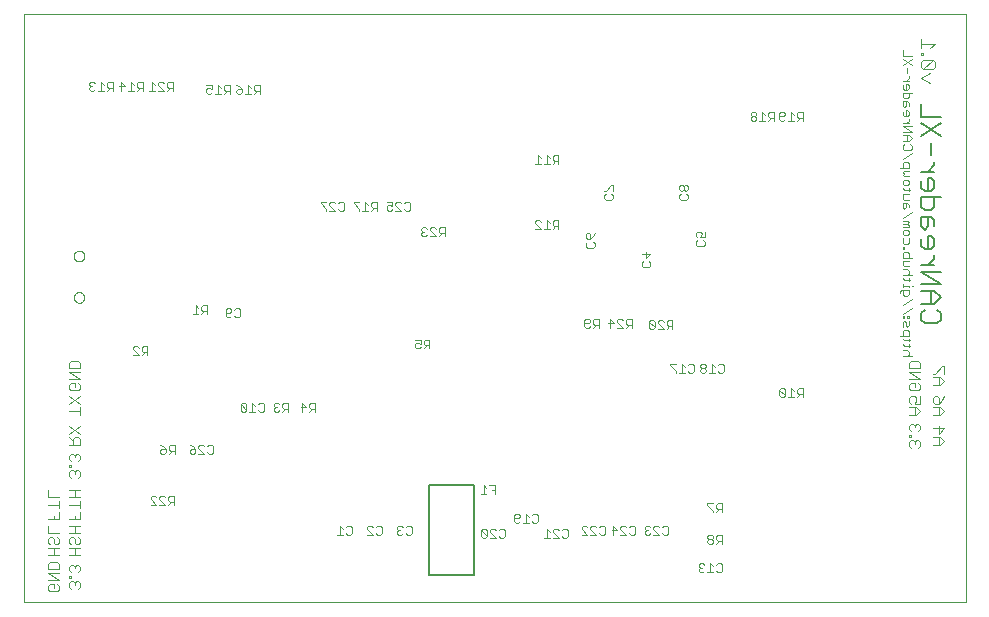
<source format=gbo>
G75*
%MOIN*%
%OFA0B0*%
%FSLAX25Y25*%
%IPPOS*%
%LPD*%
%AMOC8*
5,1,8,0,0,1.08239X$1,22.5*
%
%ADD10C,0.00000*%
%ADD11C,0.00600*%
%ADD12C,0.00400*%
%ADD13C,0.00300*%
%ADD14C,0.00500*%
D10*
X0045406Y0051688D02*
X0045406Y0247688D01*
X0359406Y0247688D01*
X0359406Y0051688D01*
X0045406Y0051688D01*
X0062134Y0153298D02*
X0062136Y0153382D01*
X0062142Y0153465D01*
X0062152Y0153548D01*
X0062166Y0153631D01*
X0062183Y0153713D01*
X0062205Y0153794D01*
X0062230Y0153873D01*
X0062259Y0153952D01*
X0062292Y0154029D01*
X0062328Y0154104D01*
X0062368Y0154178D01*
X0062411Y0154250D01*
X0062458Y0154319D01*
X0062508Y0154386D01*
X0062561Y0154451D01*
X0062617Y0154513D01*
X0062675Y0154573D01*
X0062737Y0154630D01*
X0062801Y0154683D01*
X0062868Y0154734D01*
X0062937Y0154781D01*
X0063008Y0154826D01*
X0063081Y0154866D01*
X0063156Y0154903D01*
X0063233Y0154937D01*
X0063311Y0154967D01*
X0063390Y0154993D01*
X0063471Y0155016D01*
X0063553Y0155034D01*
X0063635Y0155049D01*
X0063718Y0155060D01*
X0063801Y0155067D01*
X0063885Y0155070D01*
X0063969Y0155069D01*
X0064052Y0155064D01*
X0064136Y0155055D01*
X0064218Y0155042D01*
X0064300Y0155026D01*
X0064381Y0155005D01*
X0064462Y0154981D01*
X0064540Y0154953D01*
X0064618Y0154921D01*
X0064694Y0154885D01*
X0064768Y0154846D01*
X0064840Y0154804D01*
X0064910Y0154758D01*
X0064978Y0154709D01*
X0065043Y0154657D01*
X0065106Y0154602D01*
X0065166Y0154544D01*
X0065224Y0154483D01*
X0065278Y0154419D01*
X0065330Y0154353D01*
X0065378Y0154285D01*
X0065423Y0154214D01*
X0065464Y0154141D01*
X0065503Y0154067D01*
X0065537Y0153991D01*
X0065568Y0153913D01*
X0065595Y0153834D01*
X0065619Y0153753D01*
X0065638Y0153672D01*
X0065654Y0153590D01*
X0065666Y0153507D01*
X0065674Y0153423D01*
X0065678Y0153340D01*
X0065678Y0153256D01*
X0065674Y0153173D01*
X0065666Y0153089D01*
X0065654Y0153006D01*
X0065638Y0152924D01*
X0065619Y0152843D01*
X0065595Y0152762D01*
X0065568Y0152683D01*
X0065537Y0152605D01*
X0065503Y0152529D01*
X0065464Y0152455D01*
X0065423Y0152382D01*
X0065378Y0152311D01*
X0065330Y0152243D01*
X0065278Y0152177D01*
X0065224Y0152113D01*
X0065166Y0152052D01*
X0065106Y0151994D01*
X0065043Y0151939D01*
X0064978Y0151887D01*
X0064910Y0151838D01*
X0064840Y0151792D01*
X0064768Y0151750D01*
X0064694Y0151711D01*
X0064618Y0151675D01*
X0064540Y0151643D01*
X0064462Y0151615D01*
X0064381Y0151591D01*
X0064300Y0151570D01*
X0064218Y0151554D01*
X0064136Y0151541D01*
X0064052Y0151532D01*
X0063969Y0151527D01*
X0063885Y0151526D01*
X0063801Y0151529D01*
X0063718Y0151536D01*
X0063635Y0151547D01*
X0063553Y0151562D01*
X0063471Y0151580D01*
X0063390Y0151603D01*
X0063311Y0151629D01*
X0063233Y0151659D01*
X0063156Y0151693D01*
X0063081Y0151730D01*
X0063008Y0151770D01*
X0062937Y0151815D01*
X0062868Y0151862D01*
X0062801Y0151913D01*
X0062737Y0151966D01*
X0062675Y0152023D01*
X0062617Y0152083D01*
X0062561Y0152145D01*
X0062508Y0152210D01*
X0062458Y0152277D01*
X0062411Y0152346D01*
X0062368Y0152418D01*
X0062328Y0152492D01*
X0062292Y0152567D01*
X0062259Y0152644D01*
X0062230Y0152723D01*
X0062205Y0152802D01*
X0062183Y0152883D01*
X0062166Y0152965D01*
X0062152Y0153048D01*
X0062142Y0153131D01*
X0062136Y0153214D01*
X0062134Y0153298D01*
X0062134Y0167078D02*
X0062136Y0167162D01*
X0062142Y0167245D01*
X0062152Y0167328D01*
X0062166Y0167411D01*
X0062183Y0167493D01*
X0062205Y0167574D01*
X0062230Y0167653D01*
X0062259Y0167732D01*
X0062292Y0167809D01*
X0062328Y0167884D01*
X0062368Y0167958D01*
X0062411Y0168030D01*
X0062458Y0168099D01*
X0062508Y0168166D01*
X0062561Y0168231D01*
X0062617Y0168293D01*
X0062675Y0168353D01*
X0062737Y0168410D01*
X0062801Y0168463D01*
X0062868Y0168514D01*
X0062937Y0168561D01*
X0063008Y0168606D01*
X0063081Y0168646D01*
X0063156Y0168683D01*
X0063233Y0168717D01*
X0063311Y0168747D01*
X0063390Y0168773D01*
X0063471Y0168796D01*
X0063553Y0168814D01*
X0063635Y0168829D01*
X0063718Y0168840D01*
X0063801Y0168847D01*
X0063885Y0168850D01*
X0063969Y0168849D01*
X0064052Y0168844D01*
X0064136Y0168835D01*
X0064218Y0168822D01*
X0064300Y0168806D01*
X0064381Y0168785D01*
X0064462Y0168761D01*
X0064540Y0168733D01*
X0064618Y0168701D01*
X0064694Y0168665D01*
X0064768Y0168626D01*
X0064840Y0168584D01*
X0064910Y0168538D01*
X0064978Y0168489D01*
X0065043Y0168437D01*
X0065106Y0168382D01*
X0065166Y0168324D01*
X0065224Y0168263D01*
X0065278Y0168199D01*
X0065330Y0168133D01*
X0065378Y0168065D01*
X0065423Y0167994D01*
X0065464Y0167921D01*
X0065503Y0167847D01*
X0065537Y0167771D01*
X0065568Y0167693D01*
X0065595Y0167614D01*
X0065619Y0167533D01*
X0065638Y0167452D01*
X0065654Y0167370D01*
X0065666Y0167287D01*
X0065674Y0167203D01*
X0065678Y0167120D01*
X0065678Y0167036D01*
X0065674Y0166953D01*
X0065666Y0166869D01*
X0065654Y0166786D01*
X0065638Y0166704D01*
X0065619Y0166623D01*
X0065595Y0166542D01*
X0065568Y0166463D01*
X0065537Y0166385D01*
X0065503Y0166309D01*
X0065464Y0166235D01*
X0065423Y0166162D01*
X0065378Y0166091D01*
X0065330Y0166023D01*
X0065278Y0165957D01*
X0065224Y0165893D01*
X0065166Y0165832D01*
X0065106Y0165774D01*
X0065043Y0165719D01*
X0064978Y0165667D01*
X0064910Y0165618D01*
X0064840Y0165572D01*
X0064768Y0165530D01*
X0064694Y0165491D01*
X0064618Y0165455D01*
X0064540Y0165423D01*
X0064462Y0165395D01*
X0064381Y0165371D01*
X0064300Y0165350D01*
X0064218Y0165334D01*
X0064136Y0165321D01*
X0064052Y0165312D01*
X0063969Y0165307D01*
X0063885Y0165306D01*
X0063801Y0165309D01*
X0063718Y0165316D01*
X0063635Y0165327D01*
X0063553Y0165342D01*
X0063471Y0165360D01*
X0063390Y0165383D01*
X0063311Y0165409D01*
X0063233Y0165439D01*
X0063156Y0165473D01*
X0063081Y0165510D01*
X0063008Y0165550D01*
X0062937Y0165595D01*
X0062868Y0165642D01*
X0062801Y0165693D01*
X0062737Y0165746D01*
X0062675Y0165803D01*
X0062617Y0165863D01*
X0062561Y0165925D01*
X0062508Y0165990D01*
X0062458Y0166057D01*
X0062411Y0166126D01*
X0062368Y0166198D01*
X0062328Y0166272D01*
X0062292Y0166347D01*
X0062259Y0166424D01*
X0062230Y0166503D01*
X0062205Y0166582D01*
X0062183Y0166663D01*
X0062166Y0166745D01*
X0062152Y0166828D01*
X0062142Y0166911D01*
X0062136Y0166994D01*
X0062134Y0167078D01*
D11*
X0344706Y0164127D02*
X0348976Y0164127D01*
X0346841Y0164127D02*
X0348976Y0166262D01*
X0348976Y0167330D01*
X0347909Y0169498D02*
X0348976Y0170566D01*
X0348976Y0172701D01*
X0347909Y0173769D01*
X0346841Y0173769D01*
X0346841Y0169498D01*
X0345774Y0169498D02*
X0347909Y0169498D01*
X0345774Y0169498D02*
X0344706Y0170566D01*
X0344706Y0172701D01*
X0345774Y0175944D02*
X0346841Y0177011D01*
X0346841Y0180214D01*
X0347909Y0180214D02*
X0344706Y0180214D01*
X0344706Y0177011D01*
X0345774Y0175944D01*
X0348976Y0177011D02*
X0348976Y0179147D01*
X0347909Y0180214D01*
X0347909Y0182389D02*
X0348976Y0183457D01*
X0348976Y0186660D01*
X0351112Y0186660D02*
X0344706Y0186660D01*
X0344706Y0183457D01*
X0345774Y0182389D01*
X0347909Y0182389D01*
X0347909Y0188835D02*
X0348976Y0189902D01*
X0348976Y0192038D01*
X0347909Y0193105D01*
X0346841Y0193105D01*
X0346841Y0188835D01*
X0345774Y0188835D02*
X0347909Y0188835D01*
X0345774Y0188835D02*
X0344706Y0189902D01*
X0344706Y0192038D01*
X0344706Y0195280D02*
X0348976Y0195280D01*
X0346841Y0195280D02*
X0348976Y0197415D01*
X0348976Y0198483D01*
X0347909Y0200652D02*
X0347909Y0204922D01*
X0351112Y0207097D02*
X0344706Y0211367D01*
X0344706Y0213543D02*
X0344706Y0217813D01*
X0344706Y0213543D02*
X0351112Y0213543D01*
X0351112Y0211367D02*
X0344706Y0207097D01*
X0344706Y0161952D02*
X0351112Y0161952D01*
X0351112Y0157682D02*
X0344706Y0157682D01*
X0344706Y0155506D02*
X0348976Y0155506D01*
X0351112Y0153371D01*
X0348976Y0151236D01*
X0344706Y0151236D01*
X0345774Y0149061D02*
X0344706Y0147993D01*
X0344706Y0145858D01*
X0345774Y0144791D01*
X0350044Y0144791D01*
X0351112Y0145858D01*
X0351112Y0147993D01*
X0350044Y0149061D01*
X0347909Y0151236D02*
X0347909Y0155506D01*
X0351112Y0157682D02*
X0344706Y0161952D01*
D12*
X0347675Y0224888D02*
X0344606Y0226423D01*
X0347675Y0227957D01*
X0348443Y0229492D02*
X0345373Y0229492D01*
X0348443Y0232561D01*
X0345373Y0232561D01*
X0344606Y0231794D01*
X0344606Y0230259D01*
X0345373Y0229492D01*
X0348443Y0229492D02*
X0349210Y0230259D01*
X0349210Y0231794D01*
X0348443Y0232561D01*
X0345373Y0234096D02*
X0345373Y0234863D01*
X0344606Y0234863D01*
X0344606Y0234096D01*
X0345373Y0234096D01*
X0344606Y0236398D02*
X0344606Y0239467D01*
X0344606Y0237933D02*
X0349210Y0237933D01*
X0347675Y0236398D01*
D13*
X0341459Y0233892D02*
X0338556Y0233892D01*
X0338556Y0235827D01*
X0338556Y0232880D02*
X0341459Y0230945D01*
X0340007Y0229934D02*
X0340007Y0227999D01*
X0340491Y0226994D02*
X0340491Y0226511D01*
X0339524Y0225543D01*
X0340491Y0225543D02*
X0338556Y0225543D01*
X0339524Y0224532D02*
X0339524Y0222597D01*
X0340007Y0222597D02*
X0340491Y0223080D01*
X0340491Y0224048D01*
X0340007Y0224532D01*
X0339524Y0224532D01*
X0338556Y0224048D02*
X0338556Y0223080D01*
X0339040Y0222597D01*
X0340007Y0222597D01*
X0340491Y0221585D02*
X0340491Y0220134D01*
X0340007Y0219650D01*
X0339040Y0219650D01*
X0338556Y0220134D01*
X0338556Y0221585D01*
X0341459Y0221585D01*
X0340007Y0218639D02*
X0338556Y0218639D01*
X0338556Y0217187D01*
X0339040Y0216704D01*
X0339524Y0217187D01*
X0339524Y0218639D01*
X0340007Y0218639D02*
X0340491Y0218155D01*
X0340491Y0217187D01*
X0340007Y0215692D02*
X0339524Y0215692D01*
X0339524Y0213757D01*
X0340007Y0213757D02*
X0340491Y0214241D01*
X0340491Y0215208D01*
X0340007Y0215692D01*
X0338556Y0215208D02*
X0338556Y0214241D01*
X0339040Y0213757D01*
X0340007Y0213757D01*
X0340491Y0212753D02*
X0340491Y0212269D01*
X0339524Y0211302D01*
X0340491Y0211302D02*
X0338556Y0211302D01*
X0338556Y0210290D02*
X0341459Y0210290D01*
X0341459Y0208355D02*
X0338556Y0210290D01*
X0338556Y0208355D02*
X0341459Y0208355D01*
X0340491Y0207344D02*
X0338556Y0207344D01*
X0340007Y0207344D02*
X0340007Y0205409D01*
X0340491Y0205409D02*
X0341459Y0206376D01*
X0340491Y0207344D01*
X0340491Y0205409D02*
X0338556Y0205409D01*
X0339040Y0204397D02*
X0338556Y0203913D01*
X0338556Y0202946D01*
X0339040Y0202462D01*
X0340975Y0202462D01*
X0341459Y0202946D01*
X0341459Y0203913D01*
X0340975Y0204397D01*
X0341459Y0201451D02*
X0338556Y0199516D01*
X0339040Y0198504D02*
X0338556Y0198020D01*
X0338556Y0196569D01*
X0337589Y0196569D02*
X0340491Y0196569D01*
X0340491Y0198020D01*
X0340007Y0198504D01*
X0339040Y0198504D01*
X0339040Y0195558D02*
X0340491Y0195558D01*
X0339040Y0195558D02*
X0338556Y0195074D01*
X0339040Y0194590D01*
X0338556Y0194106D01*
X0339040Y0193623D01*
X0340491Y0193623D01*
X0340007Y0192611D02*
X0340491Y0192127D01*
X0340491Y0191160D01*
X0340007Y0190676D01*
X0339040Y0190676D01*
X0338556Y0191160D01*
X0338556Y0192127D01*
X0339040Y0192611D01*
X0340007Y0192611D01*
X0340491Y0189679D02*
X0340491Y0188712D01*
X0340975Y0189195D02*
X0339040Y0189195D01*
X0338556Y0189679D01*
X0338556Y0187700D02*
X0340491Y0187700D01*
X0338556Y0187700D02*
X0338556Y0186249D01*
X0339040Y0185765D01*
X0340491Y0185765D01*
X0340007Y0184754D02*
X0338556Y0184754D01*
X0338556Y0183302D01*
X0339040Y0182819D01*
X0339524Y0183302D01*
X0339524Y0184754D01*
X0340007Y0184754D02*
X0340491Y0184270D01*
X0340491Y0183302D01*
X0341459Y0181807D02*
X0338556Y0179872D01*
X0338556Y0178861D02*
X0340007Y0178861D01*
X0340491Y0178377D01*
X0340007Y0177893D01*
X0338556Y0177893D01*
X0338556Y0176926D02*
X0340491Y0176926D01*
X0340491Y0177409D01*
X0340007Y0177893D01*
X0340007Y0175914D02*
X0340491Y0175430D01*
X0340491Y0174463D01*
X0340007Y0173979D01*
X0339040Y0173979D01*
X0338556Y0174463D01*
X0338556Y0175430D01*
X0339040Y0175914D01*
X0340007Y0175914D01*
X0340491Y0172968D02*
X0340491Y0171516D01*
X0340007Y0171033D01*
X0339040Y0171033D01*
X0338556Y0171516D01*
X0338556Y0172968D01*
X0338556Y0170043D02*
X0338556Y0169559D01*
X0339040Y0169559D01*
X0339040Y0170043D01*
X0338556Y0170043D01*
X0339040Y0168548D02*
X0340007Y0168548D01*
X0340491Y0168064D01*
X0340491Y0166613D01*
X0341459Y0166613D02*
X0338556Y0166613D01*
X0338556Y0168064D01*
X0339040Y0168548D01*
X0338556Y0165601D02*
X0340491Y0165601D01*
X0340491Y0163666D02*
X0339040Y0163666D01*
X0338556Y0164150D01*
X0338556Y0165601D01*
X0338556Y0162655D02*
X0340007Y0162655D01*
X0340491Y0162171D01*
X0340491Y0161204D01*
X0340007Y0160720D01*
X0340491Y0159723D02*
X0340491Y0158755D01*
X0340975Y0159239D02*
X0339040Y0159239D01*
X0338556Y0159723D01*
X0338556Y0160720D02*
X0341459Y0160720D01*
X0341459Y0157275D02*
X0341942Y0157275D01*
X0340491Y0157275D02*
X0340491Y0156791D01*
X0340491Y0157275D02*
X0338556Y0157275D01*
X0338556Y0156791D02*
X0338556Y0157759D01*
X0338556Y0155780D02*
X0338556Y0154328D01*
X0339040Y0153845D01*
X0340007Y0153845D01*
X0340491Y0154328D01*
X0340491Y0155780D01*
X0338072Y0155780D01*
X0337589Y0155296D01*
X0337589Y0154812D01*
X0338556Y0150898D02*
X0341459Y0152833D01*
X0341459Y0149887D02*
X0338556Y0147952D01*
X0338556Y0146962D02*
X0338556Y0146478D01*
X0339040Y0146478D01*
X0339040Y0146962D01*
X0338556Y0146962D01*
X0340007Y0146962D02*
X0340007Y0146478D01*
X0340491Y0146478D01*
X0340491Y0146962D01*
X0340007Y0146962D01*
X0340491Y0145467D02*
X0340491Y0144015D01*
X0340007Y0143532D01*
X0339524Y0144015D01*
X0339524Y0144983D01*
X0339040Y0145467D01*
X0338556Y0144983D01*
X0338556Y0143532D01*
X0339040Y0142520D02*
X0338556Y0142036D01*
X0338556Y0140585D01*
X0337589Y0140585D02*
X0340491Y0140585D01*
X0340491Y0142036D01*
X0340007Y0142520D01*
X0339040Y0142520D01*
X0338556Y0139588D02*
X0339040Y0139105D01*
X0340975Y0139105D01*
X0340491Y0139588D02*
X0340491Y0138621D01*
X0340491Y0137624D02*
X0340491Y0136657D01*
X0340975Y0137140D02*
X0339040Y0137140D01*
X0338556Y0137624D01*
X0338556Y0135645D02*
X0340007Y0135645D01*
X0340491Y0135161D01*
X0340491Y0134194D01*
X0340007Y0133710D01*
X0338556Y0133710D02*
X0341459Y0133710D01*
X0341173Y0132149D02*
X0343642Y0132149D01*
X0344259Y0131531D01*
X0344259Y0129680D01*
X0340556Y0129680D01*
X0340556Y0131531D01*
X0341173Y0132149D01*
X0340556Y0128465D02*
X0344259Y0128465D01*
X0344259Y0125997D02*
X0340556Y0125997D01*
X0341173Y0124782D02*
X0342408Y0124782D01*
X0342408Y0123548D01*
X0343642Y0124782D02*
X0344259Y0124165D01*
X0344259Y0122931D01*
X0343642Y0122313D01*
X0341173Y0122313D01*
X0340556Y0122931D01*
X0340556Y0124165D01*
X0341173Y0124782D01*
X0344259Y0125997D02*
X0340556Y0128465D01*
X0348556Y0127838D02*
X0349173Y0127838D01*
X0351642Y0130307D01*
X0352259Y0130307D01*
X0352259Y0127838D01*
X0351025Y0126624D02*
X0348556Y0126624D01*
X0350408Y0126624D02*
X0350408Y0124155D01*
X0351025Y0124155D02*
X0352259Y0125389D01*
X0351025Y0126624D01*
X0351025Y0124155D02*
X0348556Y0124155D01*
X0349173Y0120307D02*
X0349791Y0120307D01*
X0350408Y0119690D01*
X0350408Y0117838D01*
X0349173Y0117838D01*
X0348556Y0118455D01*
X0348556Y0119690D01*
X0349173Y0120307D01*
X0351642Y0119073D02*
X0350408Y0117838D01*
X0350408Y0116624D02*
X0350408Y0114155D01*
X0351025Y0114155D02*
X0352259Y0115389D01*
X0351025Y0116624D01*
X0348556Y0116624D01*
X0348556Y0114155D02*
X0351025Y0114155D01*
X0350408Y0110307D02*
X0350408Y0107838D01*
X0352259Y0109690D01*
X0348556Y0109690D01*
X0344259Y0109376D02*
X0344259Y0110611D01*
X0343642Y0111228D01*
X0343025Y0111228D01*
X0342408Y0110611D01*
X0341791Y0111228D01*
X0341173Y0111228D01*
X0340556Y0110611D01*
X0340556Y0109376D01*
X0341173Y0108759D01*
X0341173Y0107535D02*
X0340556Y0107535D01*
X0340556Y0106917D01*
X0341173Y0106917D01*
X0341173Y0107535D01*
X0341173Y0105703D02*
X0340556Y0105086D01*
X0340556Y0103851D01*
X0341173Y0103234D01*
X0342408Y0104469D02*
X0342408Y0105086D01*
X0341791Y0105703D01*
X0341173Y0105703D01*
X0342408Y0105086D02*
X0343025Y0105703D01*
X0343642Y0105703D01*
X0344259Y0105086D01*
X0344259Y0103851D01*
X0343642Y0103234D01*
X0348556Y0104155D02*
X0351025Y0104155D01*
X0352259Y0105389D01*
X0351025Y0106624D01*
X0348556Y0106624D01*
X0350408Y0106624D02*
X0350408Y0104155D01*
X0344259Y0109376D02*
X0343642Y0108759D01*
X0342408Y0109993D02*
X0342408Y0110611D01*
X0342408Y0114155D02*
X0342408Y0116624D01*
X0343025Y0116624D02*
X0340556Y0116624D01*
X0341173Y0117838D02*
X0340556Y0118455D01*
X0340556Y0119690D01*
X0341173Y0120307D01*
X0342408Y0120307D01*
X0343025Y0119690D01*
X0343025Y0119073D01*
X0342408Y0117838D01*
X0344259Y0117838D01*
X0344259Y0120307D01*
X0343025Y0116624D02*
X0344259Y0115389D01*
X0343025Y0114155D01*
X0340556Y0114155D01*
X0351642Y0119073D02*
X0352259Y0120307D01*
X0305176Y0120138D02*
X0305176Y0123041D01*
X0303725Y0123041D01*
X0303241Y0122557D01*
X0303241Y0121589D01*
X0303725Y0121106D01*
X0305176Y0121106D01*
X0304208Y0121106D02*
X0303241Y0120138D01*
X0302229Y0120138D02*
X0300294Y0120138D01*
X0301262Y0120138D02*
X0301262Y0123041D01*
X0302229Y0122073D01*
X0299283Y0122557D02*
X0299283Y0120622D01*
X0297348Y0122557D01*
X0297348Y0120622D01*
X0297832Y0120138D01*
X0298799Y0120138D01*
X0299283Y0120622D01*
X0299283Y0122557D02*
X0298799Y0123041D01*
X0297832Y0123041D01*
X0297348Y0122557D01*
X0278756Y0128722D02*
X0278272Y0128238D01*
X0277305Y0128238D01*
X0276821Y0128722D01*
X0275810Y0128238D02*
X0273875Y0128238D01*
X0274842Y0128238D02*
X0274842Y0131141D01*
X0275810Y0130173D01*
X0276821Y0130657D02*
X0277305Y0131141D01*
X0278272Y0131141D01*
X0278756Y0130657D01*
X0278756Y0128722D01*
X0272863Y0128722D02*
X0272863Y0129206D01*
X0272379Y0129689D01*
X0271412Y0129689D01*
X0270928Y0129206D01*
X0270928Y0128722D01*
X0271412Y0128238D01*
X0272379Y0128238D01*
X0272863Y0128722D01*
X0272379Y0129689D02*
X0272863Y0130173D01*
X0272863Y0130657D01*
X0272379Y0131141D01*
X0271412Y0131141D01*
X0270928Y0130657D01*
X0270928Y0130173D01*
X0271412Y0129689D01*
X0268756Y0128722D02*
X0268272Y0128238D01*
X0267305Y0128238D01*
X0266821Y0128722D01*
X0265810Y0128238D02*
X0263875Y0128238D01*
X0264842Y0128238D02*
X0264842Y0131141D01*
X0265810Y0130173D01*
X0266821Y0130657D02*
X0267305Y0131141D01*
X0268272Y0131141D01*
X0268756Y0130657D01*
X0268756Y0128722D01*
X0262863Y0128722D02*
X0262863Y0128238D01*
X0262863Y0128722D02*
X0260928Y0130657D01*
X0260928Y0131141D01*
X0262863Y0131141D01*
X0261676Y0142838D02*
X0261676Y0145741D01*
X0260225Y0145741D01*
X0259741Y0145257D01*
X0259741Y0144289D01*
X0260225Y0143806D01*
X0261676Y0143806D01*
X0260708Y0143806D02*
X0259741Y0142838D01*
X0258729Y0142838D02*
X0256794Y0144773D01*
X0256794Y0145257D01*
X0257278Y0145741D01*
X0258246Y0145741D01*
X0258729Y0145257D01*
X0258729Y0142838D02*
X0256794Y0142838D01*
X0255783Y0143322D02*
X0253848Y0145257D01*
X0253848Y0143322D01*
X0254332Y0142838D01*
X0255299Y0142838D01*
X0255783Y0143322D01*
X0255783Y0145257D01*
X0255299Y0145741D01*
X0254332Y0145741D01*
X0253848Y0145257D01*
X0248096Y0146141D02*
X0248096Y0143238D01*
X0248096Y0144206D02*
X0246644Y0144206D01*
X0246161Y0144689D01*
X0246161Y0145657D01*
X0246644Y0146141D01*
X0248096Y0146141D01*
X0247128Y0144206D02*
X0246161Y0143238D01*
X0245149Y0143238D02*
X0243214Y0145173D01*
X0243214Y0145657D01*
X0243698Y0146141D01*
X0244665Y0146141D01*
X0245149Y0145657D01*
X0245149Y0143238D02*
X0243214Y0143238D01*
X0242203Y0144689D02*
X0240268Y0144689D01*
X0240751Y0143238D02*
X0240751Y0146141D01*
X0242203Y0144689D01*
X0237165Y0144190D02*
X0235714Y0144190D01*
X0235230Y0144674D01*
X0235230Y0145641D01*
X0235714Y0146125D01*
X0237165Y0146125D01*
X0237165Y0143222D01*
X0236197Y0144190D02*
X0235230Y0143222D01*
X0234218Y0143706D02*
X0233735Y0143222D01*
X0232767Y0143222D01*
X0232283Y0143706D01*
X0232283Y0145641D01*
X0232767Y0146125D01*
X0233735Y0146125D01*
X0234218Y0145641D01*
X0234218Y0145157D01*
X0233735Y0144674D01*
X0232283Y0144674D01*
X0251456Y0163929D02*
X0251456Y0164896D01*
X0251940Y0165380D01*
X0252907Y0166392D02*
X0252907Y0168327D01*
X0251456Y0167843D02*
X0254359Y0167843D01*
X0252907Y0166392D01*
X0253875Y0165380D02*
X0254359Y0164896D01*
X0254359Y0163929D01*
X0253875Y0163445D01*
X0251940Y0163445D01*
X0251456Y0163929D01*
X0235759Y0170375D02*
X0235275Y0169892D01*
X0233340Y0169892D01*
X0232856Y0170375D01*
X0232856Y0171343D01*
X0233340Y0171827D01*
X0233340Y0172838D02*
X0232856Y0173322D01*
X0232856Y0174289D01*
X0233340Y0174773D01*
X0233824Y0174773D01*
X0234307Y0174289D01*
X0234307Y0172838D01*
X0233340Y0172838D01*
X0234307Y0172838D02*
X0235275Y0173806D01*
X0235759Y0174773D01*
X0235275Y0171827D02*
X0235759Y0171343D01*
X0235759Y0170375D01*
X0223676Y0176138D02*
X0223676Y0179041D01*
X0222225Y0179041D01*
X0221741Y0178557D01*
X0221741Y0177589D01*
X0222225Y0177106D01*
X0223676Y0177106D01*
X0222708Y0177106D02*
X0221741Y0176138D01*
X0220729Y0176138D02*
X0218794Y0176138D01*
X0219762Y0176138D02*
X0219762Y0179041D01*
X0220729Y0178073D01*
X0217783Y0178557D02*
X0217299Y0179041D01*
X0216332Y0179041D01*
X0215848Y0178557D01*
X0215848Y0178073D01*
X0217783Y0176138D01*
X0215848Y0176138D01*
X0238956Y0186429D02*
X0238956Y0187396D01*
X0239440Y0187880D01*
X0239440Y0188892D02*
X0238956Y0188892D01*
X0239440Y0188892D02*
X0241375Y0190827D01*
X0241859Y0190827D01*
X0241859Y0188892D01*
X0241375Y0187880D02*
X0241859Y0187396D01*
X0241859Y0186429D01*
X0241375Y0185945D01*
X0239440Y0185945D01*
X0238956Y0186429D01*
X0223676Y0197838D02*
X0223676Y0200741D01*
X0222225Y0200741D01*
X0221741Y0200257D01*
X0221741Y0199289D01*
X0222225Y0198806D01*
X0223676Y0198806D01*
X0222708Y0198806D02*
X0221741Y0197838D01*
X0220729Y0197838D02*
X0218794Y0197838D01*
X0219762Y0197838D02*
X0219762Y0200741D01*
X0220729Y0199773D01*
X0217783Y0199773D02*
X0216815Y0200741D01*
X0216815Y0197838D01*
X0215848Y0197838D02*
X0217783Y0197838D01*
X0185756Y0176641D02*
X0184305Y0176641D01*
X0183821Y0176157D01*
X0183821Y0175189D01*
X0184305Y0174706D01*
X0185756Y0174706D01*
X0184789Y0174706D02*
X0183821Y0173738D01*
X0182810Y0173738D02*
X0180875Y0175673D01*
X0180875Y0176157D01*
X0181358Y0176641D01*
X0182326Y0176641D01*
X0182810Y0176157D01*
X0182810Y0173738D02*
X0180875Y0173738D01*
X0179863Y0174222D02*
X0179379Y0173738D01*
X0178412Y0173738D01*
X0177928Y0174222D01*
X0177928Y0174706D01*
X0178412Y0175189D01*
X0178896Y0175189D01*
X0178412Y0175189D02*
X0177928Y0175673D01*
X0177928Y0176157D01*
X0178412Y0176641D01*
X0179379Y0176641D01*
X0179863Y0176157D01*
X0185756Y0176641D02*
X0185756Y0173738D01*
X0174256Y0182722D02*
X0173772Y0182238D01*
X0172805Y0182238D01*
X0172321Y0182722D01*
X0171310Y0182238D02*
X0169375Y0184173D01*
X0169375Y0184657D01*
X0169858Y0185141D01*
X0170826Y0185141D01*
X0171310Y0184657D01*
X0172321Y0184657D02*
X0172805Y0185141D01*
X0173772Y0185141D01*
X0174256Y0184657D01*
X0174256Y0182722D01*
X0171310Y0182238D02*
X0169375Y0182238D01*
X0168363Y0182722D02*
X0167879Y0182238D01*
X0166912Y0182238D01*
X0166428Y0182722D01*
X0166428Y0183689D01*
X0166912Y0184173D01*
X0167396Y0184173D01*
X0168363Y0183689D01*
X0168363Y0185141D01*
X0166428Y0185141D01*
X0163256Y0185141D02*
X0163256Y0182238D01*
X0163256Y0183206D02*
X0161805Y0183206D01*
X0161321Y0183689D01*
X0161321Y0184657D01*
X0161805Y0185141D01*
X0163256Y0185141D01*
X0162289Y0183206D02*
X0161321Y0182238D01*
X0160310Y0182238D02*
X0158375Y0182238D01*
X0159342Y0182238D02*
X0159342Y0185141D01*
X0160310Y0184173D01*
X0157363Y0185141D02*
X0155428Y0185141D01*
X0155428Y0184657D01*
X0157363Y0182722D01*
X0157363Y0182238D01*
X0152256Y0182722D02*
X0152256Y0184657D01*
X0151772Y0185141D01*
X0150805Y0185141D01*
X0150321Y0184657D01*
X0149310Y0184657D02*
X0148826Y0185141D01*
X0147858Y0185141D01*
X0147375Y0184657D01*
X0147375Y0184173D01*
X0149310Y0182238D01*
X0147375Y0182238D01*
X0146363Y0182238D02*
X0146363Y0182722D01*
X0144428Y0184657D01*
X0144428Y0185141D01*
X0146363Y0185141D01*
X0150321Y0182722D02*
X0150805Y0182238D01*
X0151772Y0182238D01*
X0152256Y0182722D01*
X0117649Y0149157D02*
X0117165Y0149641D01*
X0116198Y0149641D01*
X0115714Y0149157D01*
X0114703Y0149157D02*
X0114703Y0148673D01*
X0114219Y0148189D01*
X0112768Y0148189D01*
X0112768Y0147222D02*
X0112768Y0149157D01*
X0113251Y0149641D01*
X0114219Y0149641D01*
X0114703Y0149157D01*
X0114703Y0147222D02*
X0114219Y0146738D01*
X0113251Y0146738D01*
X0112768Y0147222D01*
X0115714Y0147222D02*
X0116198Y0146738D01*
X0117165Y0146738D01*
X0117649Y0147222D01*
X0117649Y0149157D01*
X0106649Y0148706D02*
X0105198Y0148706D01*
X0104714Y0149189D01*
X0104714Y0150157D01*
X0105198Y0150641D01*
X0106649Y0150641D01*
X0106649Y0147738D01*
X0105682Y0148706D02*
X0104714Y0147738D01*
X0103703Y0147738D02*
X0101768Y0147738D01*
X0102735Y0147738D02*
X0102735Y0150641D01*
X0103703Y0149673D01*
X0086703Y0137041D02*
X0085251Y0137041D01*
X0084768Y0136557D01*
X0084768Y0135589D01*
X0085251Y0135106D01*
X0086703Y0135106D01*
X0085735Y0135106D02*
X0084768Y0134138D01*
X0083756Y0134138D02*
X0081821Y0136073D01*
X0081821Y0136557D01*
X0082305Y0137041D01*
X0083272Y0137041D01*
X0083756Y0136557D01*
X0083756Y0134138D02*
X0081821Y0134138D01*
X0086703Y0134138D02*
X0086703Y0137041D01*
X0064259Y0131531D02*
X0064259Y0129680D01*
X0060556Y0129680D01*
X0060556Y0131531D01*
X0061173Y0132149D01*
X0063642Y0132149D01*
X0064259Y0131531D01*
X0064259Y0128465D02*
X0060556Y0128465D01*
X0064259Y0125997D01*
X0060556Y0125997D01*
X0061173Y0124782D02*
X0060556Y0124165D01*
X0060556Y0122931D01*
X0061173Y0122313D01*
X0063642Y0122313D01*
X0064259Y0122931D01*
X0064259Y0124165D01*
X0063642Y0124782D01*
X0062408Y0124782D02*
X0062408Y0123548D01*
X0062408Y0124782D02*
X0061173Y0124782D01*
X0060556Y0120307D02*
X0064259Y0117838D01*
X0064259Y0116624D02*
X0064259Y0114155D01*
X0064259Y0115389D02*
X0060556Y0115389D01*
X0060556Y0117838D02*
X0064259Y0120307D01*
X0064259Y0110307D02*
X0060556Y0107838D01*
X0060556Y0106624D02*
X0061791Y0105389D01*
X0061791Y0106007D02*
X0061791Y0104155D01*
X0060556Y0104155D02*
X0064259Y0104155D01*
X0064259Y0106007D01*
X0063642Y0106624D01*
X0062408Y0106624D01*
X0061791Y0106007D01*
X0064259Y0107838D02*
X0060556Y0110307D01*
X0061173Y0101228D02*
X0060556Y0100611D01*
X0060556Y0099376D01*
X0061173Y0098759D01*
X0061173Y0097535D02*
X0060556Y0097535D01*
X0060556Y0096917D01*
X0061173Y0096917D01*
X0061173Y0097535D01*
X0061173Y0095703D02*
X0060556Y0095086D01*
X0060556Y0093851D01*
X0061173Y0093234D01*
X0062408Y0094469D02*
X0062408Y0095086D01*
X0061791Y0095703D01*
X0061173Y0095703D01*
X0062408Y0095086D02*
X0063025Y0095703D01*
X0063642Y0095703D01*
X0064259Y0095086D01*
X0064259Y0093851D01*
X0063642Y0093234D01*
X0064259Y0089149D02*
X0060556Y0089149D01*
X0062408Y0089149D02*
X0062408Y0086680D01*
X0064259Y0086680D02*
X0060556Y0086680D01*
X0060556Y0084231D02*
X0064259Y0084231D01*
X0064259Y0082997D02*
X0064259Y0085465D01*
X0057259Y0085465D02*
X0057259Y0082997D01*
X0057259Y0081782D02*
X0057259Y0079313D01*
X0053556Y0079313D01*
X0055408Y0079313D02*
X0055408Y0080548D01*
X0057259Y0084231D02*
X0053556Y0084231D01*
X0053556Y0086680D02*
X0053556Y0089149D01*
X0053556Y0086680D02*
X0057259Y0086680D01*
X0062408Y0080548D02*
X0062408Y0079313D01*
X0064259Y0079313D02*
X0064259Y0081782D01*
X0064259Y0079313D02*
X0060556Y0079313D01*
X0060556Y0077149D02*
X0064259Y0077149D01*
X0062408Y0077149D02*
X0062408Y0074680D01*
X0061791Y0073465D02*
X0061173Y0073465D01*
X0060556Y0072848D01*
X0060556Y0071614D01*
X0061173Y0070997D01*
X0060556Y0069782D02*
X0064259Y0069782D01*
X0063642Y0070997D02*
X0063025Y0070997D01*
X0062408Y0071614D01*
X0062408Y0072848D01*
X0061791Y0073465D01*
X0060556Y0074680D02*
X0064259Y0074680D01*
X0063642Y0073465D02*
X0064259Y0072848D01*
X0064259Y0071614D01*
X0063642Y0070997D01*
X0062408Y0069782D02*
X0062408Y0067313D01*
X0064259Y0067313D02*
X0060556Y0067313D01*
X0057259Y0067313D02*
X0053556Y0067313D01*
X0055408Y0067313D02*
X0055408Y0069782D01*
X0056025Y0070997D02*
X0055408Y0071614D01*
X0055408Y0072848D01*
X0054791Y0073465D01*
X0054173Y0073465D01*
X0053556Y0072848D01*
X0053556Y0071614D01*
X0054173Y0070997D01*
X0053556Y0069782D02*
X0057259Y0069782D01*
X0056642Y0070997D02*
X0057259Y0071614D01*
X0057259Y0072848D01*
X0056642Y0073465D01*
X0057259Y0074680D02*
X0053556Y0074680D01*
X0053556Y0077149D01*
X0056025Y0070997D02*
X0056642Y0070997D01*
X0056642Y0065149D02*
X0057259Y0064531D01*
X0057259Y0062680D01*
X0053556Y0062680D01*
X0053556Y0064531D01*
X0054173Y0065149D01*
X0056642Y0065149D01*
X0060556Y0063611D02*
X0060556Y0062376D01*
X0061173Y0061759D01*
X0061173Y0060535D02*
X0060556Y0060535D01*
X0060556Y0059917D01*
X0061173Y0059917D01*
X0061173Y0060535D01*
X0061173Y0058703D02*
X0060556Y0058086D01*
X0060556Y0056851D01*
X0061173Y0056234D01*
X0062408Y0057469D02*
X0062408Y0058086D01*
X0061791Y0058703D01*
X0061173Y0058703D01*
X0062408Y0058086D02*
X0063025Y0058703D01*
X0063642Y0058703D01*
X0064259Y0058086D01*
X0064259Y0056851D01*
X0063642Y0056234D01*
X0057259Y0055931D02*
X0056642Y0055313D01*
X0054173Y0055313D01*
X0053556Y0055931D01*
X0053556Y0057165D01*
X0054173Y0057782D01*
X0055408Y0057782D01*
X0055408Y0056548D01*
X0056642Y0057782D02*
X0057259Y0057165D01*
X0057259Y0055931D01*
X0057259Y0058997D02*
X0053556Y0058997D01*
X0053556Y0061465D02*
X0057259Y0061465D01*
X0057259Y0058997D02*
X0053556Y0061465D01*
X0060556Y0063611D02*
X0061173Y0064228D01*
X0061791Y0064228D01*
X0062408Y0063611D01*
X0062408Y0062993D01*
X0062408Y0063611D02*
X0063025Y0064228D01*
X0063642Y0064228D01*
X0064259Y0063611D01*
X0064259Y0062376D01*
X0063642Y0061759D01*
X0087768Y0084238D02*
X0089703Y0084238D01*
X0087768Y0086173D01*
X0087768Y0086657D01*
X0088251Y0087141D01*
X0089219Y0087141D01*
X0089703Y0086657D01*
X0090714Y0086657D02*
X0091198Y0087141D01*
X0092165Y0087141D01*
X0092649Y0086657D01*
X0093661Y0086657D02*
X0093661Y0085689D01*
X0094144Y0085206D01*
X0095596Y0085206D01*
X0094628Y0085206D02*
X0093661Y0084238D01*
X0092649Y0084238D02*
X0090714Y0086173D01*
X0090714Y0086657D01*
X0090714Y0084238D02*
X0092649Y0084238D01*
X0093661Y0086657D02*
X0094144Y0087141D01*
X0095596Y0087141D01*
X0095596Y0084238D01*
X0095756Y0101238D02*
X0095756Y0104141D01*
X0094305Y0104141D01*
X0093821Y0103657D01*
X0093821Y0102689D01*
X0094305Y0102206D01*
X0095756Y0102206D01*
X0094789Y0102206D02*
X0093821Y0101238D01*
X0092810Y0101722D02*
X0092326Y0101238D01*
X0091358Y0101238D01*
X0090875Y0101722D01*
X0090875Y0102206D01*
X0091358Y0102689D01*
X0092810Y0102689D01*
X0092810Y0101722D01*
X0092810Y0102689D02*
X0091842Y0103657D01*
X0090875Y0104141D01*
X0100768Y0104141D02*
X0101735Y0103657D01*
X0102703Y0102689D01*
X0101251Y0102689D01*
X0100768Y0102206D01*
X0100768Y0101722D01*
X0101251Y0101238D01*
X0102219Y0101238D01*
X0102703Y0101722D01*
X0102703Y0102689D01*
X0103714Y0103173D02*
X0103714Y0103657D01*
X0104198Y0104141D01*
X0105165Y0104141D01*
X0105649Y0103657D01*
X0106661Y0103657D02*
X0107144Y0104141D01*
X0108112Y0104141D01*
X0108596Y0103657D01*
X0108596Y0101722D01*
X0108112Y0101238D01*
X0107144Y0101238D01*
X0106661Y0101722D01*
X0105649Y0101238D02*
X0103714Y0103173D01*
X0103714Y0101238D02*
X0105649Y0101238D01*
X0118251Y0115238D02*
X0117768Y0115722D01*
X0117768Y0117657D01*
X0119703Y0115722D01*
X0119219Y0115238D01*
X0118251Y0115238D01*
X0119703Y0115722D02*
X0119703Y0117657D01*
X0119219Y0118141D01*
X0118251Y0118141D01*
X0117768Y0117657D01*
X0120714Y0115238D02*
X0122649Y0115238D01*
X0121682Y0115238D02*
X0121682Y0118141D01*
X0122649Y0117173D01*
X0123661Y0117657D02*
X0124144Y0118141D01*
X0125112Y0118141D01*
X0125596Y0117657D01*
X0125596Y0115722D01*
X0125112Y0115238D01*
X0124144Y0115238D01*
X0123661Y0115722D01*
X0128768Y0115722D02*
X0129251Y0115238D01*
X0130219Y0115238D01*
X0130703Y0115722D01*
X0131714Y0115238D02*
X0132682Y0116206D01*
X0132198Y0116206D02*
X0133649Y0116206D01*
X0133649Y0115238D02*
X0133649Y0118141D01*
X0132198Y0118141D01*
X0131714Y0117657D01*
X0131714Y0116689D01*
X0132198Y0116206D01*
X0130703Y0117657D02*
X0130219Y0118141D01*
X0129251Y0118141D01*
X0128768Y0117657D01*
X0128768Y0117173D01*
X0129251Y0116689D01*
X0128768Y0116206D01*
X0128768Y0115722D01*
X0129251Y0116689D02*
X0129735Y0116689D01*
X0137768Y0116689D02*
X0139703Y0116689D01*
X0138251Y0118141D01*
X0138251Y0115238D01*
X0140714Y0115238D02*
X0141682Y0116206D01*
X0141198Y0116206D02*
X0142649Y0116206D01*
X0142649Y0115238D02*
X0142649Y0118141D01*
X0141198Y0118141D01*
X0140714Y0117657D01*
X0140714Y0116689D01*
X0141198Y0116206D01*
X0175821Y0136822D02*
X0175821Y0137789D01*
X0176305Y0138273D01*
X0176789Y0138273D01*
X0177756Y0137789D01*
X0177756Y0139241D01*
X0175821Y0139241D01*
X0175821Y0136822D02*
X0176305Y0136338D01*
X0177272Y0136338D01*
X0177756Y0136822D01*
X0178768Y0136338D02*
X0179735Y0137306D01*
X0179251Y0137306D02*
X0180703Y0137306D01*
X0180703Y0136338D02*
X0180703Y0139241D01*
X0179251Y0139241D01*
X0178768Y0138757D01*
X0178768Y0137789D01*
X0179251Y0137306D01*
X0198735Y0090641D02*
X0198735Y0087738D01*
X0197768Y0087738D02*
X0199703Y0087738D01*
X0199703Y0089673D02*
X0198735Y0090641D01*
X0200714Y0090641D02*
X0202649Y0090641D01*
X0202649Y0087738D01*
X0202649Y0089189D02*
X0201682Y0089189D01*
X0209412Y0081141D02*
X0208928Y0080657D01*
X0208928Y0078722D01*
X0209412Y0078238D01*
X0210379Y0078238D01*
X0210863Y0078722D01*
X0210379Y0079689D02*
X0208928Y0079689D01*
X0210379Y0079689D02*
X0210863Y0080173D01*
X0210863Y0080657D01*
X0210379Y0081141D01*
X0209412Y0081141D01*
X0212842Y0081141D02*
X0212842Y0078238D01*
X0211875Y0078238D02*
X0213810Y0078238D01*
X0214821Y0078722D02*
X0215305Y0078238D01*
X0216272Y0078238D01*
X0216756Y0078722D01*
X0216756Y0080657D01*
X0216272Y0081141D01*
X0215305Y0081141D01*
X0214821Y0080657D01*
X0213810Y0080173D02*
X0212842Y0081141D01*
X0219896Y0076141D02*
X0219896Y0073238D01*
X0220863Y0073238D02*
X0218928Y0073238D01*
X0220863Y0075173D02*
X0219896Y0076141D01*
X0221875Y0075657D02*
X0222358Y0076141D01*
X0223326Y0076141D01*
X0223810Y0075657D01*
X0224821Y0075657D02*
X0225305Y0076141D01*
X0226272Y0076141D01*
X0226756Y0075657D01*
X0226756Y0073722D01*
X0226272Y0073238D01*
X0225305Y0073238D01*
X0224821Y0073722D01*
X0223810Y0073238D02*
X0221875Y0075173D01*
X0221875Y0075657D01*
X0221875Y0073238D02*
X0223810Y0073238D01*
X0231428Y0074238D02*
X0233363Y0074238D01*
X0231428Y0076173D01*
X0231428Y0076657D01*
X0231912Y0077141D01*
X0232879Y0077141D01*
X0233363Y0076657D01*
X0234375Y0076657D02*
X0234858Y0077141D01*
X0235826Y0077141D01*
X0236310Y0076657D01*
X0237321Y0076657D02*
X0237805Y0077141D01*
X0238772Y0077141D01*
X0239256Y0076657D01*
X0239256Y0074722D01*
X0238772Y0074238D01*
X0237805Y0074238D01*
X0237321Y0074722D01*
X0236310Y0074238D02*
X0234375Y0074238D01*
X0236310Y0074238D02*
X0234375Y0076173D01*
X0234375Y0076657D01*
X0241428Y0075689D02*
X0243363Y0075689D01*
X0241912Y0077141D01*
X0241912Y0074238D01*
X0244375Y0074238D02*
X0246310Y0074238D01*
X0244375Y0076173D01*
X0244375Y0076657D01*
X0244858Y0077141D01*
X0245826Y0077141D01*
X0246310Y0076657D01*
X0247321Y0076657D02*
X0247805Y0077141D01*
X0248772Y0077141D01*
X0249256Y0076657D01*
X0249256Y0074722D01*
X0248772Y0074238D01*
X0247805Y0074238D01*
X0247321Y0074722D01*
X0252428Y0074722D02*
X0252912Y0074238D01*
X0253879Y0074238D01*
X0254363Y0074722D01*
X0255375Y0074238D02*
X0257310Y0074238D01*
X0255375Y0076173D01*
X0255375Y0076657D01*
X0255858Y0077141D01*
X0256826Y0077141D01*
X0257310Y0076657D01*
X0258321Y0076657D02*
X0258805Y0077141D01*
X0259772Y0077141D01*
X0260256Y0076657D01*
X0260256Y0074722D01*
X0259772Y0074238D01*
X0258805Y0074238D01*
X0258321Y0074722D01*
X0254363Y0076657D02*
X0253879Y0077141D01*
X0252912Y0077141D01*
X0252428Y0076657D01*
X0252428Y0076173D01*
X0252912Y0075689D01*
X0252428Y0075206D01*
X0252428Y0074722D01*
X0252912Y0075689D02*
X0253396Y0075689D01*
X0273375Y0073657D02*
X0273375Y0073173D01*
X0273858Y0072689D01*
X0274826Y0072689D01*
X0275310Y0073173D01*
X0275310Y0073657D01*
X0274826Y0074141D01*
X0273858Y0074141D01*
X0273375Y0073657D01*
X0273858Y0072689D02*
X0273375Y0072206D01*
X0273375Y0071722D01*
X0273858Y0071238D01*
X0274826Y0071238D01*
X0275310Y0071722D01*
X0275310Y0072206D01*
X0274826Y0072689D01*
X0276321Y0072689D02*
X0276805Y0072206D01*
X0278256Y0072206D01*
X0277289Y0072206D02*
X0276321Y0071238D01*
X0276321Y0072689D02*
X0276321Y0073657D01*
X0276805Y0074141D01*
X0278256Y0074141D01*
X0278256Y0071238D01*
X0277772Y0064641D02*
X0276805Y0064641D01*
X0276321Y0064157D01*
X0275310Y0063673D02*
X0274342Y0064641D01*
X0274342Y0061738D01*
X0273375Y0061738D02*
X0275310Y0061738D01*
X0276321Y0062222D02*
X0276805Y0061738D01*
X0277772Y0061738D01*
X0278256Y0062222D01*
X0278256Y0064157D01*
X0277772Y0064641D01*
X0272363Y0064157D02*
X0271879Y0064641D01*
X0270912Y0064641D01*
X0270428Y0064157D01*
X0270428Y0063673D01*
X0270912Y0063189D01*
X0270428Y0062706D01*
X0270428Y0062222D01*
X0270912Y0061738D01*
X0271879Y0061738D01*
X0272363Y0062222D01*
X0271396Y0063189D02*
X0270912Y0063189D01*
X0275310Y0081738D02*
X0275310Y0082222D01*
X0273375Y0084157D01*
X0273375Y0084641D01*
X0275310Y0084641D01*
X0276321Y0084157D02*
X0276321Y0083189D01*
X0276805Y0082706D01*
X0278256Y0082706D01*
X0277289Y0082706D02*
X0276321Y0081738D01*
X0278256Y0081738D02*
X0278256Y0084641D01*
X0276805Y0084641D01*
X0276321Y0084157D01*
X0205756Y0075657D02*
X0205756Y0073722D01*
X0205272Y0073238D01*
X0204305Y0073238D01*
X0203821Y0073722D01*
X0202810Y0073238D02*
X0200875Y0075173D01*
X0200875Y0075657D01*
X0201358Y0076141D01*
X0202326Y0076141D01*
X0202810Y0075657D01*
X0203821Y0075657D02*
X0204305Y0076141D01*
X0205272Y0076141D01*
X0205756Y0075657D01*
X0202810Y0073238D02*
X0200875Y0073238D01*
X0199863Y0073722D02*
X0197928Y0075657D01*
X0197928Y0073722D01*
X0198412Y0073238D01*
X0199379Y0073238D01*
X0199863Y0073722D01*
X0199863Y0075657D01*
X0199379Y0076141D01*
X0198412Y0076141D01*
X0197928Y0075657D01*
X0174756Y0074722D02*
X0174272Y0074238D01*
X0173305Y0074238D01*
X0172821Y0074722D01*
X0171810Y0074722D02*
X0171326Y0074238D01*
X0170358Y0074238D01*
X0169875Y0074722D01*
X0169875Y0075206D01*
X0170358Y0075689D01*
X0170842Y0075689D01*
X0170358Y0075689D02*
X0169875Y0076173D01*
X0169875Y0076657D01*
X0170358Y0077141D01*
X0171326Y0077141D01*
X0171810Y0076657D01*
X0172821Y0076657D02*
X0173305Y0077141D01*
X0174272Y0077141D01*
X0174756Y0076657D01*
X0174756Y0074722D01*
X0164756Y0074722D02*
X0164272Y0074238D01*
X0163305Y0074238D01*
X0162821Y0074722D01*
X0161810Y0074238D02*
X0159875Y0076173D01*
X0159875Y0076657D01*
X0160358Y0077141D01*
X0161326Y0077141D01*
X0161810Y0076657D01*
X0162821Y0076657D02*
X0163305Y0077141D01*
X0164272Y0077141D01*
X0164756Y0076657D01*
X0164756Y0074722D01*
X0161810Y0074238D02*
X0159875Y0074238D01*
X0154756Y0074722D02*
X0154272Y0074238D01*
X0153305Y0074238D01*
X0152821Y0074722D01*
X0151810Y0074238D02*
X0149875Y0074238D01*
X0150842Y0074238D02*
X0150842Y0077141D01*
X0151810Y0076173D01*
X0152821Y0076657D02*
X0153305Y0077141D01*
X0154272Y0077141D01*
X0154756Y0076657D01*
X0154756Y0074722D01*
X0064259Y0099376D02*
X0064259Y0100611D01*
X0063642Y0101228D01*
X0063025Y0101228D01*
X0062408Y0100611D01*
X0061791Y0101228D01*
X0061173Y0101228D01*
X0062408Y0100611D02*
X0062408Y0099993D01*
X0063642Y0098759D02*
X0064259Y0099376D01*
X0106751Y0221238D02*
X0107719Y0221238D01*
X0108203Y0221722D01*
X0108203Y0222689D02*
X0107235Y0223173D01*
X0106751Y0223173D01*
X0106268Y0222689D01*
X0106268Y0221722D01*
X0106751Y0221238D01*
X0108203Y0222689D02*
X0108203Y0224141D01*
X0106268Y0224141D01*
X0110182Y0224141D02*
X0110182Y0221238D01*
X0111149Y0221238D02*
X0109214Y0221238D01*
X0111149Y0223173D02*
X0110182Y0224141D01*
X0112161Y0223657D02*
X0112644Y0224141D01*
X0114096Y0224141D01*
X0114096Y0221238D01*
X0114096Y0222206D02*
X0112644Y0222206D01*
X0112161Y0222689D01*
X0112161Y0223657D01*
X0113128Y0222206D02*
X0112161Y0221238D01*
X0116268Y0221722D02*
X0116268Y0222206D01*
X0116751Y0222689D01*
X0118203Y0222689D01*
X0118203Y0221722D01*
X0117719Y0221238D01*
X0116751Y0221238D01*
X0116268Y0221722D01*
X0117235Y0223657D02*
X0118203Y0222689D01*
X0117235Y0223657D02*
X0116268Y0224141D01*
X0120182Y0224141D02*
X0121149Y0223173D01*
X0122161Y0222689D02*
X0122644Y0222206D01*
X0124096Y0222206D01*
X0123128Y0222206D02*
X0122161Y0221238D01*
X0121149Y0221238D02*
X0119214Y0221238D01*
X0120182Y0221238D02*
X0120182Y0224141D01*
X0122161Y0223657D02*
X0122161Y0222689D01*
X0122161Y0223657D02*
X0122644Y0224141D01*
X0124096Y0224141D01*
X0124096Y0221238D01*
X0095096Y0222238D02*
X0095096Y0225141D01*
X0093644Y0225141D01*
X0093161Y0224657D01*
X0093161Y0223689D01*
X0093644Y0223206D01*
X0095096Y0223206D01*
X0094128Y0223206D02*
X0093161Y0222238D01*
X0092149Y0222238D02*
X0090214Y0224173D01*
X0090214Y0224657D01*
X0090698Y0225141D01*
X0091665Y0225141D01*
X0092149Y0224657D01*
X0092149Y0222238D02*
X0090214Y0222238D01*
X0089203Y0222238D02*
X0087268Y0222238D01*
X0088235Y0222238D02*
X0088235Y0225141D01*
X0089203Y0224173D01*
X0085096Y0223206D02*
X0083644Y0223206D01*
X0083161Y0223689D01*
X0083161Y0224657D01*
X0083644Y0225141D01*
X0085096Y0225141D01*
X0085096Y0222238D01*
X0084128Y0223206D02*
X0083161Y0222238D01*
X0082149Y0222238D02*
X0080214Y0222238D01*
X0081182Y0222238D02*
X0081182Y0225141D01*
X0082149Y0224173D01*
X0079203Y0223689D02*
X0077268Y0223689D01*
X0077751Y0222238D02*
X0077751Y0225141D01*
X0079203Y0223689D01*
X0075096Y0223206D02*
X0073644Y0223206D01*
X0073161Y0223689D01*
X0073161Y0224657D01*
X0073644Y0225141D01*
X0075096Y0225141D01*
X0075096Y0222238D01*
X0074128Y0223206D02*
X0073161Y0222238D01*
X0072149Y0222238D02*
X0070214Y0222238D01*
X0071182Y0222238D02*
X0071182Y0225141D01*
X0072149Y0224173D01*
X0069203Y0224657D02*
X0068719Y0225141D01*
X0067751Y0225141D01*
X0067268Y0224657D01*
X0067268Y0224173D01*
X0067751Y0223689D01*
X0067268Y0223206D01*
X0067268Y0222722D01*
X0067751Y0222238D01*
X0068719Y0222238D01*
X0069203Y0222722D01*
X0068235Y0223689D02*
X0067751Y0223689D01*
X0263956Y0190343D02*
X0263956Y0189375D01*
X0264440Y0188892D01*
X0264924Y0188892D01*
X0265407Y0189375D01*
X0265407Y0190343D01*
X0264924Y0190827D01*
X0264440Y0190827D01*
X0263956Y0190343D01*
X0265407Y0190343D02*
X0265891Y0190827D01*
X0266375Y0190827D01*
X0266859Y0190343D01*
X0266859Y0189375D01*
X0266375Y0188892D01*
X0265891Y0188892D01*
X0265407Y0189375D01*
X0264440Y0187880D02*
X0263956Y0187396D01*
X0263956Y0186429D01*
X0264440Y0185945D01*
X0266375Y0185945D01*
X0266859Y0186429D01*
X0266859Y0187396D01*
X0266375Y0187880D01*
X0270040Y0175273D02*
X0269556Y0174789D01*
X0269556Y0173822D01*
X0270040Y0173338D01*
X0271007Y0173338D02*
X0271491Y0174306D01*
X0271491Y0174789D01*
X0271007Y0175273D01*
X0270040Y0175273D01*
X0271007Y0173338D02*
X0272459Y0173338D01*
X0272459Y0175273D01*
X0271975Y0172327D02*
X0272459Y0171843D01*
X0272459Y0170875D01*
X0271975Y0170392D01*
X0270040Y0170392D01*
X0269556Y0170875D01*
X0269556Y0171843D01*
X0270040Y0172327D01*
X0288251Y0212238D02*
X0289219Y0212238D01*
X0289703Y0212722D01*
X0289703Y0213206D01*
X0289219Y0213689D01*
X0288251Y0213689D01*
X0287768Y0213206D01*
X0287768Y0212722D01*
X0288251Y0212238D01*
X0288251Y0213689D02*
X0287768Y0214173D01*
X0287768Y0214657D01*
X0288251Y0215141D01*
X0289219Y0215141D01*
X0289703Y0214657D01*
X0289703Y0214173D01*
X0289219Y0213689D01*
X0290714Y0212238D02*
X0292649Y0212238D01*
X0291682Y0212238D02*
X0291682Y0215141D01*
X0292649Y0214173D01*
X0293661Y0214657D02*
X0293661Y0213689D01*
X0294144Y0213206D01*
X0295596Y0213206D01*
X0294628Y0213206D02*
X0293661Y0212238D01*
X0295596Y0212238D02*
X0295596Y0215141D01*
X0294144Y0215141D01*
X0293661Y0214657D01*
X0297268Y0214657D02*
X0297268Y0212722D01*
X0297751Y0212238D01*
X0298719Y0212238D01*
X0299203Y0212722D01*
X0298719Y0213689D02*
X0297268Y0213689D01*
X0297268Y0214657D02*
X0297751Y0215141D01*
X0298719Y0215141D01*
X0299203Y0214657D01*
X0299203Y0214173D01*
X0298719Y0213689D01*
X0300214Y0212238D02*
X0302149Y0212238D01*
X0301182Y0212238D02*
X0301182Y0215141D01*
X0302149Y0214173D01*
X0303161Y0214657D02*
X0303161Y0213689D01*
X0303644Y0213206D01*
X0305096Y0213206D01*
X0304128Y0213206D02*
X0303161Y0212238D01*
X0305096Y0212238D02*
X0305096Y0215141D01*
X0303644Y0215141D01*
X0303161Y0214657D01*
X0338556Y0230945D02*
X0341459Y0232880D01*
D14*
X0195406Y0090688D02*
X0180406Y0090688D01*
X0180406Y0060688D01*
X0195406Y0060688D01*
X0195406Y0090688D01*
M02*

</source>
